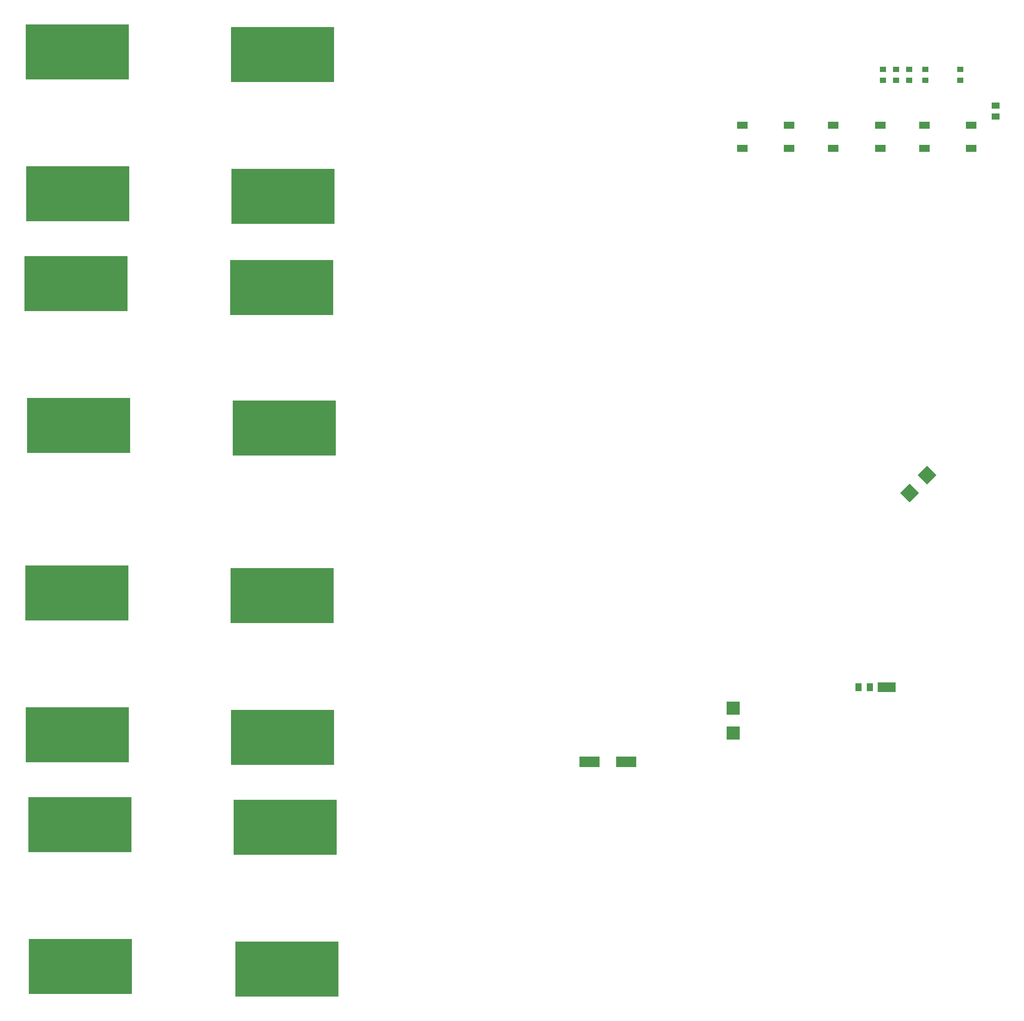
<source format=gbr>
%TF.GenerationSoftware,Altium Limited,Altium Designer,21.6.4 (81)*%
G04 Layer_Color=8421504*
%FSLAX43Y43*%
%MOMM*%
%TF.SameCoordinates,A962B9D3-E780-4B03-8A10-E236CC36F35F*%
%TF.FilePolarity,Positive*%
%TF.FileFunction,Paste,Top*%
%TF.Part,Single*%
G01*
G75*
%TA.AperFunction,SMDPad,CuDef*%
%ADD12R,1.157X1.508*%
%ADD15R,1.200X1.100*%
%ADD16R,1.508X1.157*%
%ADD17R,4.000X2.000*%
%ADD18R,2.108X1.397*%
%TA.AperFunction,NonConductor*%
%ADD188R,20.066X10.668*%
%TA.AperFunction,SMDPad,CuDef*%
%ADD189R,1.850X1.900*%
%ADD190R,2.524X2.524*%
%ADD191P,3.569X4X270.0*%
D12*
X175724Y67075D02*
D03*
X177876D02*
D03*
D15*
X182995Y184875D02*
D03*
Y186975D02*
D03*
X195475Y184850D02*
D03*
Y186950D02*
D03*
X188700Y184875D02*
D03*
Y186975D02*
D03*
X185535D02*
D03*
Y184875D02*
D03*
X180455D02*
D03*
Y186975D02*
D03*
D16*
X202299Y177808D02*
D03*
Y179959D02*
D03*
D17*
X130625Y52600D02*
D03*
X123525D02*
D03*
D18*
X170828Y176149D02*
D03*
Y171679D02*
D03*
X179922D02*
D03*
Y176149D02*
D03*
X153175D02*
D03*
Y171679D02*
D03*
X162269D02*
D03*
Y176149D02*
D03*
X188481D02*
D03*
Y171679D02*
D03*
X197575D02*
D03*
Y176149D02*
D03*
D188*
X64338Y117371D02*
D03*
X24512Y117878D02*
D03*
X24012Y145379D02*
D03*
X63838Y144671D02*
D03*
X64838Y12371D02*
D03*
X24812Y12879D02*
D03*
X24729Y40378D02*
D03*
X64554Y39871D02*
D03*
X24312Y162879D02*
D03*
X24212Y57878D02*
D03*
X64137Y162371D02*
D03*
X64038Y57371D02*
D03*
X24212Y190379D02*
D03*
X24112Y85378D02*
D03*
X64037Y189871D02*
D03*
X63938Y84871D02*
D03*
D189*
X180401Y67075D02*
D03*
X181951D02*
D03*
D190*
X151375Y63025D02*
D03*
Y58199D02*
D03*
D191*
X185619Y104793D02*
D03*
X189032Y108206D02*
D03*
%TF.MD5,08415b2058396ad401b60a4770c68449*%
M02*

</source>
